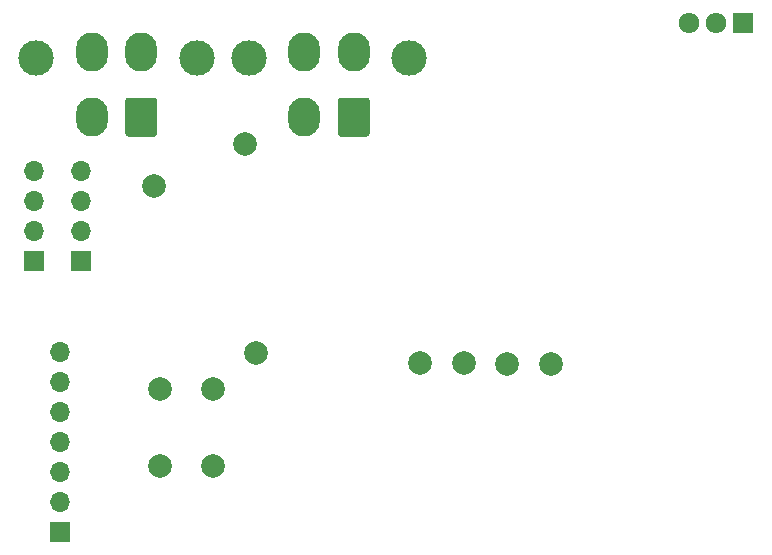
<source format=gbr>
%TF.GenerationSoftware,KiCad,Pcbnew,(5.1.9)-1*%
%TF.CreationDate,2021-05-20T13:00:32+02:00*%
%TF.ProjectId,PEE50-CurrentProtectionTemplate,50454535-302d-4437-9572-72656e745072,rev?*%
%TF.SameCoordinates,Original*%
%TF.FileFunction,Soldermask,Bot*%
%TF.FilePolarity,Negative*%
%FSLAX46Y46*%
G04 Gerber Fmt 4.6, Leading zero omitted, Abs format (unit mm)*
G04 Created by KiCad (PCBNEW (5.1.9)-1) date 2021-05-20 13:00:32*
%MOMM*%
%LPD*%
G01*
G04 APERTURE LIST*
%ADD10O,1.717500X1.800000*%
%ADD11R,1.717500X1.800000*%
%ADD12C,3.000000*%
%ADD13O,2.700000X3.300000*%
%ADD14O,1.700000X1.700000*%
%ADD15R,1.700000X1.700000*%
%ADD16C,2.000000*%
G04 APERTURE END LIST*
D10*
%TO.C,Q1*%
X72410000Y-17350000D03*
X74700000Y-17350000D03*
D11*
X76990000Y-17350000D03*
%TD*%
D12*
%TO.C,J3*%
X35100000Y-20260000D03*
X48700000Y-20260000D03*
D13*
X39800000Y-19800000D03*
X44000000Y-19800000D03*
X39800000Y-25300000D03*
G36*
G01*
X45350000Y-23900001D02*
X45350000Y-26699999D01*
G75*
G02*
X45099999Y-26950000I-250001J0D01*
G01*
X42900001Y-26950000D01*
G75*
G02*
X42650000Y-26699999I0J250001D01*
G01*
X42650000Y-23900001D01*
G75*
G02*
X42900001Y-23650000I250001J0D01*
G01*
X45099999Y-23650000D01*
G75*
G02*
X45350000Y-23900001I0J-250001D01*
G01*
G37*
%TD*%
D14*
%TO.C,J5*%
X19100000Y-45160000D03*
X19100000Y-47700000D03*
X19100000Y-50240000D03*
X19100000Y-52780000D03*
X19100000Y-55320000D03*
X19100000Y-57860000D03*
D15*
X19100000Y-60400000D03*
%TD*%
D14*
%TO.C,J4*%
X20900000Y-29880000D03*
X20900000Y-32420000D03*
X20900000Y-34960000D03*
D15*
X20900000Y-37500000D03*
%TD*%
D16*
%TO.C,TP7*%
X27100000Y-31100000D03*
%TD*%
%TO.C,TP6*%
X34800000Y-27600000D03*
%TD*%
%TO.C,TP4*%
X53300000Y-46100000D03*
%TD*%
%TO.C,TP3*%
X49600000Y-46100000D03*
%TD*%
%TO.C,TP2*%
X60700000Y-46200000D03*
%TD*%
%TO.C,TP1*%
X57000000Y-46200000D03*
%TD*%
%TO.C,TP5*%
X35700000Y-45300000D03*
%TD*%
%TO.C,SW1*%
X27600000Y-48300000D03*
X32100000Y-48300000D03*
X27600000Y-54800000D03*
X32100000Y-54800000D03*
%TD*%
D14*
%TO.C,J2*%
X16885000Y-29863000D03*
X16885000Y-32403000D03*
X16885000Y-34943000D03*
D15*
X16885000Y-37483000D03*
%TD*%
D12*
%TO.C,J1*%
X17100000Y-20260000D03*
X30700000Y-20260000D03*
D13*
X21800000Y-19800000D03*
X26000000Y-19800000D03*
X21800000Y-25300000D03*
G36*
G01*
X27350000Y-23900001D02*
X27350000Y-26699999D01*
G75*
G02*
X27099999Y-26950000I-250001J0D01*
G01*
X24900001Y-26950000D01*
G75*
G02*
X24650000Y-26699999I0J250001D01*
G01*
X24650000Y-23900001D01*
G75*
G02*
X24900001Y-23650000I250001J0D01*
G01*
X27099999Y-23650000D01*
G75*
G02*
X27350000Y-23900001I0J-250001D01*
G01*
G37*
%TD*%
M02*

</source>
